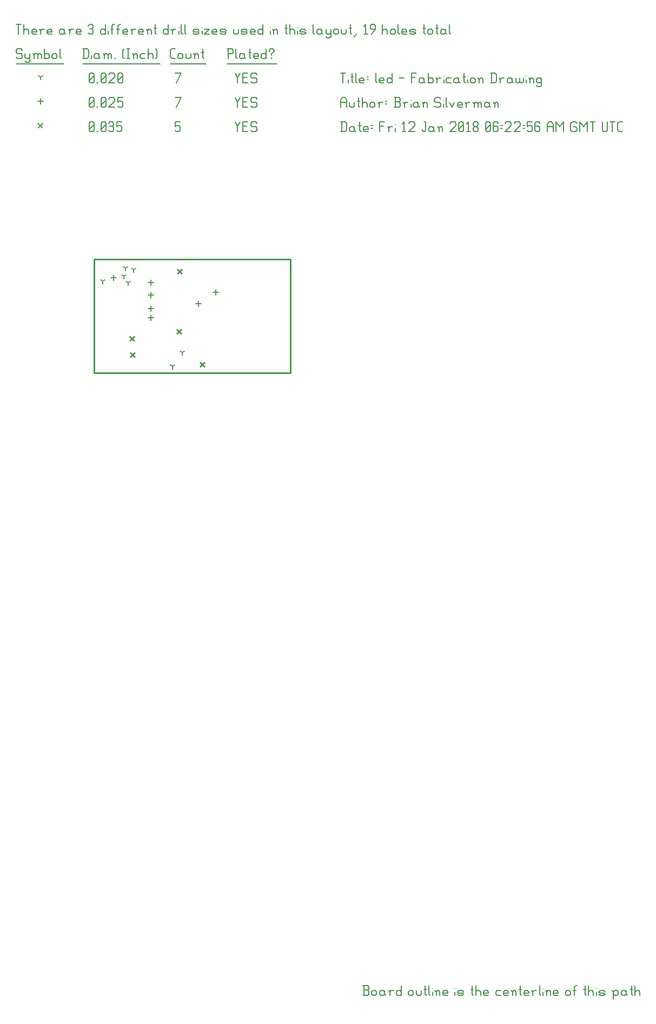
<source format=gbr>
G04 start of page 12 for group -3984 idx -3984 *
G04 Title: led, fab *
G04 Creator: pcb 20140316 *
G04 CreationDate: Fri 12 Jan 2018 06:22:56 AM GMT UTC *
G04 For: brian *
G04 Format: Gerber/RS-274X *
G04 PCB-Dimensions (mil): 6000.00 5000.00 *
G04 PCB-Coordinate-Origin: lower left *
%MOIN*%
%FSLAX25Y25*%
%LNFAB*%
%ADD70C,0.0100*%
%ADD69C,0.0075*%
%ADD68C,0.0060*%
%ADD67C,0.0001*%
G54D67*G36*
X99300Y401266D02*X102266Y398300D01*
X101700Y397734D01*
X98734Y400700D01*
X99300Y401266D01*
G37*
G36*
X98734Y398300D02*X101700Y401266D01*
X102266Y400700D01*
X99300Y397734D01*
X98734Y398300D01*
G37*
G36*
X113800Y380766D02*X116766Y377800D01*
X116200Y377234D01*
X113234Y380200D01*
X113800Y380766D01*
G37*
G36*
X113234Y377800D02*X116200Y380766D01*
X116766Y380200D01*
X113800Y377234D01*
X113234Y377800D01*
G37*
G36*
X70800Y386766D02*X73766Y383800D01*
X73200Y383234D01*
X70234Y386200D01*
X70800Y386766D01*
G37*
G36*
X70234Y383800D02*X73200Y386766D01*
X73766Y386200D01*
X70800Y383234D01*
X70234Y383800D01*
G37*
G36*
X70300Y396766D02*X73266Y393800D01*
X72700Y393234D01*
X69734Y396200D01*
X70300Y396766D01*
G37*
G36*
X69734Y393800D02*X72700Y396766D01*
X73266Y396200D01*
X70300Y393234D01*
X69734Y393800D01*
G37*
G36*
X99800Y438266D02*X102766Y435300D01*
X102200Y434734D01*
X99234Y437700D01*
X99800Y438266D01*
G37*
G36*
X99234Y435300D02*X102200Y438266D01*
X102766Y437700D01*
X99800Y434734D01*
X99234Y435300D01*
G37*
G36*
X13800Y528016D02*X16766Y525050D01*
X16200Y524484D01*
X13234Y527450D01*
X13800Y528016D01*
G37*
G36*
X13234Y525050D02*X16200Y528016D01*
X16766Y527450D01*
X13800Y524484D01*
X13234Y525050D01*
G37*
G54D68*X135000Y528500D02*X136500Y525500D01*
X138000Y528500D01*
X136500Y525500D02*Y522500D01*
X139800Y525800D02*X142050D01*
X139800Y522500D02*X142800D01*
X139800Y528500D02*Y522500D01*
Y528500D02*X142800D01*
X147600D02*X148350Y527750D01*
X145350Y528500D02*X147600D01*
X144600Y527750D02*X145350Y528500D01*
X144600Y527750D02*Y526250D01*
X145350Y525500D01*
X147600D01*
X148350Y524750D01*
Y523250D01*
X147600Y522500D02*X148350Y523250D01*
X145350Y522500D02*X147600D01*
X144600Y523250D02*X145350Y522500D01*
X98000Y528500D02*X101000D01*
X98000D02*Y525500D01*
X98750Y526250D01*
X100250D01*
X101000Y525500D01*
Y523250D01*
X100250Y522500D02*X101000Y523250D01*
X98750Y522500D02*X100250D01*
X98000Y523250D02*X98750Y522500D01*
X45000Y523250D02*X45750Y522500D01*
X45000Y527750D02*Y523250D01*
Y527750D02*X45750Y528500D01*
X47250D01*
X48000Y527750D01*
Y523250D01*
X47250Y522500D02*X48000Y523250D01*
X45750Y522500D02*X47250D01*
X45000Y524000D02*X48000Y527000D01*
X49800Y522500D02*X50550D01*
X52350Y523250D02*X53100Y522500D01*
X52350Y527750D02*Y523250D01*
Y527750D02*X53100Y528500D01*
X54600D01*
X55350Y527750D01*
Y523250D01*
X54600Y522500D02*X55350Y523250D01*
X53100Y522500D02*X54600D01*
X52350Y524000D02*X55350Y527000D01*
X57150Y527750D02*X57900Y528500D01*
X59400D01*
X60150Y527750D01*
X59400Y522500D02*X60150Y523250D01*
X57900Y522500D02*X59400D01*
X57150Y523250D02*X57900Y522500D01*
Y525800D02*X59400D01*
X60150Y527750D02*Y526550D01*
Y525050D02*Y523250D01*
Y525050D02*X59400Y525800D01*
X60150Y526550D02*X59400Y525800D01*
X61950Y528500D02*X64950D01*
X61950D02*Y525500D01*
X62700Y526250D01*
X64200D01*
X64950Y525500D01*
Y523250D01*
X64200Y522500D02*X64950Y523250D01*
X62700Y522500D02*X64200D01*
X61950Y523250D02*X62700Y522500D01*
X112500Y418100D02*Y414900D01*
X110900Y416500D02*X114100D01*
X123000Y425100D02*Y421900D01*
X121400Y423500D02*X124600D01*
X60000Y434100D02*Y430900D01*
X58400Y432500D02*X61600D01*
X83000Y409600D02*Y406400D01*
X81400Y408000D02*X84600D01*
X83000Y415100D02*Y411900D01*
X81400Y413500D02*X84600D01*
X83000Y423600D02*Y420400D01*
X81400Y422000D02*X84600D01*
X83000Y431100D02*Y427900D01*
X81400Y429500D02*X84600D01*
X15000Y542850D02*Y539650D01*
X13400Y541250D02*X16600D01*
X135000Y543500D02*X136500Y540500D01*
X138000Y543500D01*
X136500Y540500D02*Y537500D01*
X139800Y540800D02*X142050D01*
X139800Y537500D02*X142800D01*
X139800Y543500D02*Y537500D01*
Y543500D02*X142800D01*
X147600D02*X148350Y542750D01*
X145350Y543500D02*X147600D01*
X144600Y542750D02*X145350Y543500D01*
X144600Y542750D02*Y541250D01*
X145350Y540500D01*
X147600D01*
X148350Y539750D01*
Y538250D01*
X147600Y537500D02*X148350Y538250D01*
X145350Y537500D02*X147600D01*
X144600Y538250D02*X145350Y537500D01*
X98750D02*X101750Y543500D01*
X98000D02*X101750D01*
X45000Y538250D02*X45750Y537500D01*
X45000Y542750D02*Y538250D01*
Y542750D02*X45750Y543500D01*
X47250D01*
X48000Y542750D01*
Y538250D01*
X47250Y537500D02*X48000Y538250D01*
X45750Y537500D02*X47250D01*
X45000Y539000D02*X48000Y542000D01*
X49800Y537500D02*X50550D01*
X52350Y538250D02*X53100Y537500D01*
X52350Y542750D02*Y538250D01*
Y542750D02*X53100Y543500D01*
X54600D01*
X55350Y542750D01*
Y538250D01*
X54600Y537500D02*X55350Y538250D01*
X53100Y537500D02*X54600D01*
X52350Y539000D02*X55350Y542000D01*
X57150Y542750D02*X57900Y543500D01*
X60150D01*
X60900Y542750D01*
Y541250D01*
X57150Y537500D02*X60900Y541250D01*
X57150Y537500D02*X60900D01*
X62700Y543500D02*X65700D01*
X62700D02*Y540500D01*
X63450Y541250D01*
X64950D01*
X65700Y540500D01*
Y538250D01*
X64950Y537500D02*X65700Y538250D01*
X63450Y537500D02*X64950D01*
X62700Y538250D02*X63450Y537500D01*
X102500Y386500D02*Y384900D01*
Y386500D02*X103887Y387300D01*
X102500Y386500D02*X101113Y387300D01*
X96500Y378000D02*Y376400D01*
Y378000D02*X97887Y378800D01*
X96500Y378000D02*X95113Y378800D01*
X53500Y430500D02*Y428900D01*
Y430500D02*X54887Y431300D01*
X53500Y430500D02*X52113Y431300D01*
X67500Y438500D02*Y436900D01*
Y438500D02*X68887Y439300D01*
X67500Y438500D02*X66113Y439300D01*
X72500Y437500D02*Y435900D01*
Y437500D02*X73887Y438300D01*
X72500Y437500D02*X71113Y438300D01*
X66500Y433500D02*Y431900D01*
Y433500D02*X67887Y434300D01*
X66500Y433500D02*X65113Y434300D01*
X69000Y429500D02*Y427900D01*
Y429500D02*X70387Y430300D01*
X69000Y429500D02*X67613Y430300D01*
X15000Y556250D02*Y554650D01*
Y556250D02*X16387Y557050D01*
X15000Y556250D02*X13613Y557050D01*
X135000Y558500D02*X136500Y555500D01*
X138000Y558500D01*
X136500Y555500D02*Y552500D01*
X139800Y555800D02*X142050D01*
X139800Y552500D02*X142800D01*
X139800Y558500D02*Y552500D01*
Y558500D02*X142800D01*
X147600D02*X148350Y557750D01*
X145350Y558500D02*X147600D01*
X144600Y557750D02*X145350Y558500D01*
X144600Y557750D02*Y556250D01*
X145350Y555500D01*
X147600D01*
X148350Y554750D01*
Y553250D01*
X147600Y552500D02*X148350Y553250D01*
X145350Y552500D02*X147600D01*
X144600Y553250D02*X145350Y552500D01*
X98750D02*X101750Y558500D01*
X98000D02*X101750D01*
X45000Y553250D02*X45750Y552500D01*
X45000Y557750D02*Y553250D01*
Y557750D02*X45750Y558500D01*
X47250D01*
X48000Y557750D01*
Y553250D01*
X47250Y552500D02*X48000Y553250D01*
X45750Y552500D02*X47250D01*
X45000Y554000D02*X48000Y557000D01*
X49800Y552500D02*X50550D01*
X52350Y553250D02*X53100Y552500D01*
X52350Y557750D02*Y553250D01*
Y557750D02*X53100Y558500D01*
X54600D01*
X55350Y557750D01*
Y553250D01*
X54600Y552500D02*X55350Y553250D01*
X53100Y552500D02*X54600D01*
X52350Y554000D02*X55350Y557000D01*
X57150Y557750D02*X57900Y558500D01*
X60150D01*
X60900Y557750D01*
Y556250D01*
X57150Y552500D02*X60900Y556250D01*
X57150Y552500D02*X60900D01*
X62700Y553250D02*X63450Y552500D01*
X62700Y557750D02*Y553250D01*
Y557750D02*X63450Y558500D01*
X64950D01*
X65700Y557750D01*
Y553250D01*
X64950Y552500D02*X65700Y553250D01*
X63450Y552500D02*X64950D01*
X62700Y554000D02*X65700Y557000D01*
X3000Y573500D02*X3750Y572750D01*
X750Y573500D02*X3000D01*
X0Y572750D02*X750Y573500D01*
X0Y572750D02*Y571250D01*
X750Y570500D01*
X3000D01*
X3750Y569750D01*
Y568250D01*
X3000Y567500D02*X3750Y568250D01*
X750Y567500D02*X3000D01*
X0Y568250D02*X750Y567500D01*
X5550Y570500D02*Y568250D01*
X6300Y567500D01*
X8550Y570500D02*Y566000D01*
X7800Y565250D02*X8550Y566000D01*
X6300Y565250D02*X7800D01*
X5550Y566000D02*X6300Y565250D01*
Y567500D02*X7800D01*
X8550Y568250D01*
X11100Y569750D02*Y567500D01*
Y569750D02*X11850Y570500D01*
X12600D01*
X13350Y569750D01*
Y567500D01*
Y569750D02*X14100Y570500D01*
X14850D01*
X15600Y569750D01*
Y567500D01*
X10350Y570500D02*X11100Y569750D01*
X17400Y573500D02*Y567500D01*
Y568250D02*X18150Y567500D01*
X19650D01*
X20400Y568250D01*
Y569750D02*Y568250D01*
X19650Y570500D02*X20400Y569750D01*
X18150Y570500D02*X19650D01*
X17400Y569750D02*X18150Y570500D01*
X22200Y569750D02*Y568250D01*
Y569750D02*X22950Y570500D01*
X24450D01*
X25200Y569750D01*
Y568250D01*
X24450Y567500D02*X25200Y568250D01*
X22950Y567500D02*X24450D01*
X22200Y568250D02*X22950Y567500D01*
X27000Y573500D02*Y568250D01*
X27750Y567500D01*
X0Y564250D02*X29250D01*
X41750Y573500D02*Y567500D01*
X43700Y573500D02*X44750Y572450D01*
Y568550D01*
X43700Y567500D02*X44750Y568550D01*
X41000Y567500D02*X43700D01*
X41000Y573500D02*X43700D01*
G54D69*X46550Y572000D02*Y571850D01*
G54D68*Y569750D02*Y567500D01*
X50300Y570500D02*X51050Y569750D01*
X48800Y570500D02*X50300D01*
X48050Y569750D02*X48800Y570500D01*
X48050Y569750D02*Y568250D01*
X48800Y567500D01*
X51050Y570500D02*Y568250D01*
X51800Y567500D01*
X48800D02*X50300D01*
X51050Y568250D01*
X54350Y569750D02*Y567500D01*
Y569750D02*X55100Y570500D01*
X55850D01*
X56600Y569750D01*
Y567500D01*
Y569750D02*X57350Y570500D01*
X58100D01*
X58850Y569750D01*
Y567500D01*
X53600Y570500D02*X54350Y569750D01*
X60650Y567500D02*X61400D01*
X65900Y568250D02*X66650Y567500D01*
X65900Y572750D02*X66650Y573500D01*
X65900Y572750D02*Y568250D01*
X68450Y573500D02*X69950D01*
X69200D02*Y567500D01*
X68450D02*X69950D01*
X72500Y569750D02*Y567500D01*
Y569750D02*X73250Y570500D01*
X74000D01*
X74750Y569750D01*
Y567500D01*
X71750Y570500D02*X72500Y569750D01*
X77300Y570500D02*X79550D01*
X76550Y569750D02*X77300Y570500D01*
X76550Y569750D02*Y568250D01*
X77300Y567500D01*
X79550D01*
X81350Y573500D02*Y567500D01*
Y569750D02*X82100Y570500D01*
X83600D01*
X84350Y569750D01*
Y567500D01*
X86150Y573500D02*X86900Y572750D01*
Y568250D01*
X86150Y567500D02*X86900Y568250D01*
X41000Y564250D02*X88700D01*
X96050Y567500D02*X98000D01*
X95000Y568550D02*X96050Y567500D01*
X95000Y572450D02*Y568550D01*
Y572450D02*X96050Y573500D01*
X98000D01*
X99800Y569750D02*Y568250D01*
Y569750D02*X100550Y570500D01*
X102050D01*
X102800Y569750D01*
Y568250D01*
X102050Y567500D02*X102800Y568250D01*
X100550Y567500D02*X102050D01*
X99800Y568250D02*X100550Y567500D01*
X104600Y570500D02*Y568250D01*
X105350Y567500D01*
X106850D01*
X107600Y568250D01*
Y570500D02*Y568250D01*
X110150Y569750D02*Y567500D01*
Y569750D02*X110900Y570500D01*
X111650D01*
X112400Y569750D01*
Y567500D01*
X109400Y570500D02*X110150Y569750D01*
X114950Y573500D02*Y568250D01*
X115700Y567500D01*
X114200Y571250D02*X115700D01*
X95000Y564250D02*X117200D01*
X130750Y573500D02*Y567500D01*
X130000Y573500D02*X133000D01*
X133750Y572750D01*
Y571250D01*
X133000Y570500D02*X133750Y571250D01*
X130750Y570500D02*X133000D01*
X135550Y573500D02*Y568250D01*
X136300Y567500D01*
X140050Y570500D02*X140800Y569750D01*
X138550Y570500D02*X140050D01*
X137800Y569750D02*X138550Y570500D01*
X137800Y569750D02*Y568250D01*
X138550Y567500D01*
X140800Y570500D02*Y568250D01*
X141550Y567500D01*
X138550D02*X140050D01*
X140800Y568250D01*
X144100Y573500D02*Y568250D01*
X144850Y567500D01*
X143350Y571250D02*X144850D01*
X147100Y567500D02*X149350D01*
X146350Y568250D02*X147100Y567500D01*
X146350Y569750D02*Y568250D01*
Y569750D02*X147100Y570500D01*
X148600D01*
X149350Y569750D01*
X146350Y569000D02*X149350D01*
Y569750D02*Y569000D01*
X154150Y573500D02*Y567500D01*
X153400D02*X154150Y568250D01*
X151900Y567500D02*X153400D01*
X151150Y568250D02*X151900Y567500D01*
X151150Y569750D02*Y568250D01*
Y569750D02*X151900Y570500D01*
X153400D01*
X154150Y569750D01*
X157450Y570500D02*Y569750D01*
Y568250D02*Y567500D01*
X155950Y572750D02*Y572000D01*
Y572750D02*X156700Y573500D01*
X158200D01*
X158950Y572750D01*
Y572000D01*
X157450Y570500D02*X158950Y572000D01*
X130000Y564250D02*X160750D01*
X0Y588500D02*X3000D01*
X1500D02*Y582500D01*
X4800Y588500D02*Y582500D01*
Y584750D02*X5550Y585500D01*
X7050D01*
X7800Y584750D01*
Y582500D01*
X10350D02*X12600D01*
X9600Y583250D02*X10350Y582500D01*
X9600Y584750D02*Y583250D01*
Y584750D02*X10350Y585500D01*
X11850D01*
X12600Y584750D01*
X9600Y584000D02*X12600D01*
Y584750D02*Y584000D01*
X15150Y584750D02*Y582500D01*
Y584750D02*X15900Y585500D01*
X17400D01*
X14400D02*X15150Y584750D01*
X19950Y582500D02*X22200D01*
X19200Y583250D02*X19950Y582500D01*
X19200Y584750D02*Y583250D01*
Y584750D02*X19950Y585500D01*
X21450D01*
X22200Y584750D01*
X19200Y584000D02*X22200D01*
Y584750D02*Y584000D01*
X28950Y585500D02*X29700Y584750D01*
X27450Y585500D02*X28950D01*
X26700Y584750D02*X27450Y585500D01*
X26700Y584750D02*Y583250D01*
X27450Y582500D01*
X29700Y585500D02*Y583250D01*
X30450Y582500D01*
X27450D02*X28950D01*
X29700Y583250D01*
X33000Y584750D02*Y582500D01*
Y584750D02*X33750Y585500D01*
X35250D01*
X32250D02*X33000Y584750D01*
X37800Y582500D02*X40050D01*
X37050Y583250D02*X37800Y582500D01*
X37050Y584750D02*Y583250D01*
Y584750D02*X37800Y585500D01*
X39300D01*
X40050Y584750D01*
X37050Y584000D02*X40050D01*
Y584750D02*Y584000D01*
X44550Y587750D02*X45300Y588500D01*
X46800D01*
X47550Y587750D01*
X46800Y582500D02*X47550Y583250D01*
X45300Y582500D02*X46800D01*
X44550Y583250D02*X45300Y582500D01*
Y585800D02*X46800D01*
X47550Y587750D02*Y586550D01*
Y585050D02*Y583250D01*
Y585050D02*X46800Y585800D01*
X47550Y586550D02*X46800Y585800D01*
X55050Y588500D02*Y582500D01*
X54300D02*X55050Y583250D01*
X52800Y582500D02*X54300D01*
X52050Y583250D02*X52800Y582500D01*
X52050Y584750D02*Y583250D01*
Y584750D02*X52800Y585500D01*
X54300D01*
X55050Y584750D01*
G54D69*X56850Y587000D02*Y586850D01*
G54D68*Y584750D02*Y582500D01*
X59100Y587750D02*Y582500D01*
Y587750D02*X59850Y588500D01*
X60600D01*
X58350Y585500D02*X59850D01*
X62850Y587750D02*Y582500D01*
Y587750D02*X63600Y588500D01*
X64350D01*
X62100Y585500D02*X63600D01*
X66600Y582500D02*X68850D01*
X65850Y583250D02*X66600Y582500D01*
X65850Y584750D02*Y583250D01*
Y584750D02*X66600Y585500D01*
X68100D01*
X68850Y584750D01*
X65850Y584000D02*X68850D01*
Y584750D02*Y584000D01*
X71400Y584750D02*Y582500D01*
Y584750D02*X72150Y585500D01*
X73650D01*
X70650D02*X71400Y584750D01*
X76200Y582500D02*X78450D01*
X75450Y583250D02*X76200Y582500D01*
X75450Y584750D02*Y583250D01*
Y584750D02*X76200Y585500D01*
X77700D01*
X78450Y584750D01*
X75450Y584000D02*X78450D01*
Y584750D02*Y584000D01*
X81000Y584750D02*Y582500D01*
Y584750D02*X81750Y585500D01*
X82500D01*
X83250Y584750D01*
Y582500D01*
X80250Y585500D02*X81000Y584750D01*
X85800Y588500D02*Y583250D01*
X86550Y582500D01*
X85050Y586250D02*X86550D01*
X93750Y588500D02*Y582500D01*
X93000D02*X93750Y583250D01*
X91500Y582500D02*X93000D01*
X90750Y583250D02*X91500Y582500D01*
X90750Y584750D02*Y583250D01*
Y584750D02*X91500Y585500D01*
X93000D01*
X93750Y584750D01*
X96300D02*Y582500D01*
Y584750D02*X97050Y585500D01*
X98550D01*
X95550D02*X96300Y584750D01*
G54D69*X100350Y587000D02*Y586850D01*
G54D68*Y584750D02*Y582500D01*
X101850Y588500D02*Y583250D01*
X102600Y582500D01*
X104100Y588500D02*Y583250D01*
X104850Y582500D01*
X109800D02*X112050D01*
X112800Y583250D01*
X112050Y584000D02*X112800Y583250D01*
X109800Y584000D02*X112050D01*
X109050Y584750D02*X109800Y584000D01*
X109050Y584750D02*X109800Y585500D01*
X112050D01*
X112800Y584750D01*
X109050Y583250D02*X109800Y582500D01*
G54D69*X114600Y587000D02*Y586850D01*
G54D68*Y584750D02*Y582500D01*
X116100Y585500D02*X119100D01*
X116100Y582500D02*X119100Y585500D01*
X116100Y582500D02*X119100D01*
X121650D02*X123900D01*
X120900Y583250D02*X121650Y582500D01*
X120900Y584750D02*Y583250D01*
Y584750D02*X121650Y585500D01*
X123150D01*
X123900Y584750D01*
X120900Y584000D02*X123900D01*
Y584750D02*Y584000D01*
X126450Y582500D02*X128700D01*
X129450Y583250D01*
X128700Y584000D02*X129450Y583250D01*
X126450Y584000D02*X128700D01*
X125700Y584750D02*X126450Y584000D01*
X125700Y584750D02*X126450Y585500D01*
X128700D01*
X129450Y584750D01*
X125700Y583250D02*X126450Y582500D01*
X133950Y585500D02*Y583250D01*
X134700Y582500D01*
X136200D01*
X136950Y583250D01*
Y585500D02*Y583250D01*
X139500Y582500D02*X141750D01*
X142500Y583250D01*
X141750Y584000D02*X142500Y583250D01*
X139500Y584000D02*X141750D01*
X138750Y584750D02*X139500Y584000D01*
X138750Y584750D02*X139500Y585500D01*
X141750D01*
X142500Y584750D01*
X138750Y583250D02*X139500Y582500D01*
X145050D02*X147300D01*
X144300Y583250D02*X145050Y582500D01*
X144300Y584750D02*Y583250D01*
Y584750D02*X145050Y585500D01*
X146550D01*
X147300Y584750D01*
X144300Y584000D02*X147300D01*
Y584750D02*Y584000D01*
X152100Y588500D02*Y582500D01*
X151350D02*X152100Y583250D01*
X149850Y582500D02*X151350D01*
X149100Y583250D02*X149850Y582500D01*
X149100Y584750D02*Y583250D01*
Y584750D02*X149850Y585500D01*
X151350D01*
X152100Y584750D01*
G54D69*X156600Y587000D02*Y586850D01*
G54D68*Y584750D02*Y582500D01*
X158850Y584750D02*Y582500D01*
Y584750D02*X159600Y585500D01*
X160350D01*
X161100Y584750D01*
Y582500D01*
X158100Y585500D02*X158850Y584750D01*
X166350Y588500D02*Y583250D01*
X167100Y582500D01*
X165600Y586250D02*X167100D01*
X168600Y588500D02*Y582500D01*
Y584750D02*X169350Y585500D01*
X170850D01*
X171600Y584750D01*
Y582500D01*
G54D69*X173400Y587000D02*Y586850D01*
G54D68*Y584750D02*Y582500D01*
X175650D02*X177900D01*
X178650Y583250D01*
X177900Y584000D02*X178650Y583250D01*
X175650Y584000D02*X177900D01*
X174900Y584750D02*X175650Y584000D01*
X174900Y584750D02*X175650Y585500D01*
X177900D01*
X178650Y584750D01*
X174900Y583250D02*X175650Y582500D01*
X183150Y588500D02*Y583250D01*
X183900Y582500D01*
X187650Y585500D02*X188400Y584750D01*
X186150Y585500D02*X187650D01*
X185400Y584750D02*X186150Y585500D01*
X185400Y584750D02*Y583250D01*
X186150Y582500D01*
X188400Y585500D02*Y583250D01*
X189150Y582500D01*
X186150D02*X187650D01*
X188400Y583250D01*
X190950Y585500D02*Y583250D01*
X191700Y582500D01*
X193950Y585500D02*Y581000D01*
X193200Y580250D02*X193950Y581000D01*
X191700Y580250D02*X193200D01*
X190950Y581000D02*X191700Y580250D01*
Y582500D02*X193200D01*
X193950Y583250D01*
X195750Y584750D02*Y583250D01*
Y584750D02*X196500Y585500D01*
X198000D01*
X198750Y584750D01*
Y583250D01*
X198000Y582500D02*X198750Y583250D01*
X196500Y582500D02*X198000D01*
X195750Y583250D02*X196500Y582500D01*
X200550Y585500D02*Y583250D01*
X201300Y582500D01*
X202800D01*
X203550Y583250D01*
Y585500D02*Y583250D01*
X206100Y588500D02*Y583250D01*
X206850Y582500D01*
X205350Y586250D02*X206850D01*
X208350Y581000D02*X209850Y582500D01*
X214350Y587300D02*X215550Y588500D01*
Y582500D01*
X214350D02*X216600D01*
X219150D02*X221400Y585500D01*
Y587750D02*Y585500D01*
X220650Y588500D02*X221400Y587750D01*
X219150Y588500D02*X220650D01*
X218400Y587750D02*X219150Y588500D01*
X218400Y587750D02*Y586250D01*
X219150Y585500D01*
X221400D01*
X225900Y588500D02*Y582500D01*
Y584750D02*X226650Y585500D01*
X228150D01*
X228900Y584750D01*
Y582500D01*
X230700Y584750D02*Y583250D01*
Y584750D02*X231450Y585500D01*
X232950D01*
X233700Y584750D01*
Y583250D01*
X232950Y582500D02*X233700Y583250D01*
X231450Y582500D02*X232950D01*
X230700Y583250D02*X231450Y582500D01*
X235500Y588500D02*Y583250D01*
X236250Y582500D01*
X238500D02*X240750D01*
X237750Y583250D02*X238500Y582500D01*
X237750Y584750D02*Y583250D01*
Y584750D02*X238500Y585500D01*
X240000D01*
X240750Y584750D01*
X237750Y584000D02*X240750D01*
Y584750D02*Y584000D01*
X243300Y582500D02*X245550D01*
X246300Y583250D01*
X245550Y584000D02*X246300Y583250D01*
X243300Y584000D02*X245550D01*
X242550Y584750D02*X243300Y584000D01*
X242550Y584750D02*X243300Y585500D01*
X245550D01*
X246300Y584750D01*
X242550Y583250D02*X243300Y582500D01*
X251550Y588500D02*Y583250D01*
X252300Y582500D01*
X250800Y586250D02*X252300D01*
X253800Y584750D02*Y583250D01*
Y584750D02*X254550Y585500D01*
X256050D01*
X256800Y584750D01*
Y583250D01*
X256050Y582500D02*X256800Y583250D01*
X254550Y582500D02*X256050D01*
X253800Y583250D02*X254550Y582500D01*
X259350Y588500D02*Y583250D01*
X260100Y582500D01*
X258600Y586250D02*X260100D01*
X263850Y585500D02*X264600Y584750D01*
X262350Y585500D02*X263850D01*
X261600Y584750D02*X262350Y585500D01*
X261600Y584750D02*Y583250D01*
X262350Y582500D01*
X264600Y585500D02*Y583250D01*
X265350Y582500D01*
X262350D02*X263850D01*
X264600Y583250D01*
X267150Y588500D02*Y583250D01*
X267900Y582500D01*
G54D70*X48000Y444000D02*X169000D01*
Y374000D02*X48000D01*
Y444000D01*
X169000D02*Y374000D01*
G54D68*X213675Y-9500D02*X216675D01*
X217425Y-8750D01*
Y-6950D02*Y-8750D01*
X216675Y-6200D02*X217425Y-6950D01*
X214425Y-6200D02*X216675D01*
X214425Y-3500D02*Y-9500D01*
X213675Y-3500D02*X216675D01*
X217425Y-4250D01*
Y-5450D01*
X216675Y-6200D02*X217425Y-5450D01*
X219225Y-7250D02*Y-8750D01*
Y-7250D02*X219975Y-6500D01*
X221475D01*
X222225Y-7250D01*
Y-8750D01*
X221475Y-9500D02*X222225Y-8750D01*
X219975Y-9500D02*X221475D01*
X219225Y-8750D02*X219975Y-9500D01*
X226275Y-6500D02*X227025Y-7250D01*
X224775Y-6500D02*X226275D01*
X224025Y-7250D02*X224775Y-6500D01*
X224025Y-7250D02*Y-8750D01*
X224775Y-9500D01*
X227025Y-6500D02*Y-8750D01*
X227775Y-9500D01*
X224775D02*X226275D01*
X227025Y-8750D01*
X230325Y-7250D02*Y-9500D01*
Y-7250D02*X231075Y-6500D01*
X232575D01*
X229575D02*X230325Y-7250D01*
X237375Y-3500D02*Y-9500D01*
X236625D02*X237375Y-8750D01*
X235125Y-9500D02*X236625D01*
X234375Y-8750D02*X235125Y-9500D01*
X234375Y-7250D02*Y-8750D01*
Y-7250D02*X235125Y-6500D01*
X236625D01*
X237375Y-7250D01*
X241875D02*Y-8750D01*
Y-7250D02*X242625Y-6500D01*
X244125D01*
X244875Y-7250D01*
Y-8750D01*
X244125Y-9500D02*X244875Y-8750D01*
X242625Y-9500D02*X244125D01*
X241875Y-8750D02*X242625Y-9500D01*
X246675Y-6500D02*Y-8750D01*
X247425Y-9500D01*
X248925D01*
X249675Y-8750D01*
Y-6500D02*Y-8750D01*
X252225Y-3500D02*Y-8750D01*
X252975Y-9500D01*
X251475Y-5750D02*X252975D01*
X254475Y-3500D02*Y-8750D01*
X255225Y-9500D01*
G54D69*X256725Y-5000D02*Y-5150D01*
G54D68*Y-7250D02*Y-9500D01*
X258975Y-7250D02*Y-9500D01*
Y-7250D02*X259725Y-6500D01*
X260475D01*
X261225Y-7250D01*
Y-9500D01*
X258225Y-6500D02*X258975Y-7250D01*
X263775Y-9500D02*X266025D01*
X263025Y-8750D02*X263775Y-9500D01*
X263025Y-7250D02*Y-8750D01*
Y-7250D02*X263775Y-6500D01*
X265275D01*
X266025Y-7250D01*
X263025Y-8000D02*X266025D01*
Y-7250D02*Y-8000D01*
G54D69*X270525Y-5000D02*Y-5150D01*
G54D68*Y-7250D02*Y-9500D01*
X272775D02*X275025D01*
X275775Y-8750D01*
X275025Y-8000D02*X275775Y-8750D01*
X272775Y-8000D02*X275025D01*
X272025Y-7250D02*X272775Y-8000D01*
X272025Y-7250D02*X272775Y-6500D01*
X275025D01*
X275775Y-7250D01*
X272025Y-8750D02*X272775Y-9500D01*
X281025Y-3500D02*Y-8750D01*
X281775Y-9500D01*
X280275Y-5750D02*X281775D01*
X283275Y-3500D02*Y-9500D01*
Y-7250D02*X284025Y-6500D01*
X285525D01*
X286275Y-7250D01*
Y-9500D01*
X288825D02*X291075D01*
X288075Y-8750D02*X288825Y-9500D01*
X288075Y-7250D02*Y-8750D01*
Y-7250D02*X288825Y-6500D01*
X290325D01*
X291075Y-7250D01*
X288075Y-8000D02*X291075D01*
Y-7250D02*Y-8000D01*
X296325Y-6500D02*X298575D01*
X295575Y-7250D02*X296325Y-6500D01*
X295575Y-7250D02*Y-8750D01*
X296325Y-9500D01*
X298575D01*
X301125D02*X303375D01*
X300375Y-8750D02*X301125Y-9500D01*
X300375Y-7250D02*Y-8750D01*
Y-7250D02*X301125Y-6500D01*
X302625D01*
X303375Y-7250D01*
X300375Y-8000D02*X303375D01*
Y-7250D02*Y-8000D01*
X305925Y-7250D02*Y-9500D01*
Y-7250D02*X306675Y-6500D01*
X307425D01*
X308175Y-7250D01*
Y-9500D01*
X305175Y-6500D02*X305925Y-7250D01*
X310725Y-3500D02*Y-8750D01*
X311475Y-9500D01*
X309975Y-5750D02*X311475D01*
X313725Y-9500D02*X315975D01*
X312975Y-8750D02*X313725Y-9500D01*
X312975Y-7250D02*Y-8750D01*
Y-7250D02*X313725Y-6500D01*
X315225D01*
X315975Y-7250D01*
X312975Y-8000D02*X315975D01*
Y-7250D02*Y-8000D01*
X318525Y-7250D02*Y-9500D01*
Y-7250D02*X319275Y-6500D01*
X320775D01*
X317775D02*X318525Y-7250D01*
X322575Y-3500D02*Y-8750D01*
X323325Y-9500D01*
G54D69*X324825Y-5000D02*Y-5150D01*
G54D68*Y-7250D02*Y-9500D01*
X327075Y-7250D02*Y-9500D01*
Y-7250D02*X327825Y-6500D01*
X328575D01*
X329325Y-7250D01*
Y-9500D01*
X326325Y-6500D02*X327075Y-7250D01*
X331875Y-9500D02*X334125D01*
X331125Y-8750D02*X331875Y-9500D01*
X331125Y-7250D02*Y-8750D01*
Y-7250D02*X331875Y-6500D01*
X333375D01*
X334125Y-7250D01*
X331125Y-8000D02*X334125D01*
Y-7250D02*Y-8000D01*
X338625Y-7250D02*Y-8750D01*
Y-7250D02*X339375Y-6500D01*
X340875D01*
X341625Y-7250D01*
Y-8750D01*
X340875Y-9500D02*X341625Y-8750D01*
X339375Y-9500D02*X340875D01*
X338625Y-8750D02*X339375Y-9500D01*
X344175Y-4250D02*Y-9500D01*
Y-4250D02*X344925Y-3500D01*
X345675D01*
X343425Y-6500D02*X344925D01*
X350625Y-3500D02*Y-8750D01*
X351375Y-9500D01*
X349875Y-5750D02*X351375D01*
X352875Y-3500D02*Y-9500D01*
Y-7250D02*X353625Y-6500D01*
X355125D01*
X355875Y-7250D01*
Y-9500D01*
G54D69*X357675Y-5000D02*Y-5150D01*
G54D68*Y-7250D02*Y-9500D01*
X359925D02*X362175D01*
X362925Y-8750D01*
X362175Y-8000D02*X362925Y-8750D01*
X359925Y-8000D02*X362175D01*
X359175Y-7250D02*X359925Y-8000D01*
X359175Y-7250D02*X359925Y-6500D01*
X362175D01*
X362925Y-7250D01*
X359175Y-8750D02*X359925Y-9500D01*
X368175Y-7250D02*Y-11750D01*
X367425Y-6500D02*X368175Y-7250D01*
X368925Y-6500D01*
X370425D01*
X371175Y-7250D01*
Y-8750D01*
X370425Y-9500D02*X371175Y-8750D01*
X368925Y-9500D02*X370425D01*
X368175Y-8750D02*X368925Y-9500D01*
X375225Y-6500D02*X375975Y-7250D01*
X373725Y-6500D02*X375225D01*
X372975Y-7250D02*X373725Y-6500D01*
X372975Y-7250D02*Y-8750D01*
X373725Y-9500D01*
X375975Y-6500D02*Y-8750D01*
X376725Y-9500D01*
X373725D02*X375225D01*
X375975Y-8750D01*
X379275Y-3500D02*Y-8750D01*
X380025Y-9500D01*
X378525Y-5750D02*X380025D01*
X381525Y-3500D02*Y-9500D01*
Y-7250D02*X382275Y-6500D01*
X383775D01*
X384525Y-7250D01*
Y-9500D01*
X200750Y528500D02*Y522500D01*
X202700Y528500D02*X203750Y527450D01*
Y523550D01*
X202700Y522500D02*X203750Y523550D01*
X200000Y522500D02*X202700D01*
X200000Y528500D02*X202700D01*
X207800Y525500D02*X208550Y524750D01*
X206300Y525500D02*X207800D01*
X205550Y524750D02*X206300Y525500D01*
X205550Y524750D02*Y523250D01*
X206300Y522500D01*
X208550Y525500D02*Y523250D01*
X209300Y522500D01*
X206300D02*X207800D01*
X208550Y523250D01*
X211850Y528500D02*Y523250D01*
X212600Y522500D01*
X211100Y526250D02*X212600D01*
X214850Y522500D02*X217100D01*
X214100Y523250D02*X214850Y522500D01*
X214100Y524750D02*Y523250D01*
Y524750D02*X214850Y525500D01*
X216350D01*
X217100Y524750D01*
X214100Y524000D02*X217100D01*
Y524750D02*Y524000D01*
X218900Y526250D02*X219650D01*
X218900Y524750D02*X219650D01*
X224150Y528500D02*Y522500D01*
Y528500D02*X227150D01*
X224150Y525800D02*X226400D01*
X229700Y524750D02*Y522500D01*
Y524750D02*X230450Y525500D01*
X231950D01*
X228950D02*X229700Y524750D01*
G54D69*X233750Y527000D02*Y526850D01*
G54D68*Y524750D02*Y522500D01*
X237950Y527300D02*X239150Y528500D01*
Y522500D01*
X237950D02*X240200D01*
X242000Y527750D02*X242750Y528500D01*
X245000D01*
X245750Y527750D01*
Y526250D01*
X242000Y522500D02*X245750Y526250D01*
X242000Y522500D02*X245750D01*
X251300Y528500D02*X252500D01*
Y523250D01*
X251750Y522500D02*X252500Y523250D01*
X251000Y522500D02*X251750D01*
X250250Y523250D02*X251000Y522500D01*
X250250Y524000D02*Y523250D01*
X256550Y525500D02*X257300Y524750D01*
X255050Y525500D02*X256550D01*
X254300Y524750D02*X255050Y525500D01*
X254300Y524750D02*Y523250D01*
X255050Y522500D01*
X257300Y525500D02*Y523250D01*
X258050Y522500D01*
X255050D02*X256550D01*
X257300Y523250D01*
X260600Y524750D02*Y522500D01*
Y524750D02*X261350Y525500D01*
X262100D01*
X262850Y524750D01*
Y522500D01*
X259850Y525500D02*X260600Y524750D01*
X267350Y527750D02*X268100Y528500D01*
X270350D01*
X271100Y527750D01*
Y526250D01*
X267350Y522500D02*X271100Y526250D01*
X267350Y522500D02*X271100D01*
X272900Y523250D02*X273650Y522500D01*
X272900Y527750D02*Y523250D01*
Y527750D02*X273650Y528500D01*
X275150D01*
X275900Y527750D01*
Y523250D01*
X275150Y522500D02*X275900Y523250D01*
X273650Y522500D02*X275150D01*
X272900Y524000D02*X275900Y527000D01*
X277700Y527300D02*X278900Y528500D01*
Y522500D01*
X277700D02*X279950D01*
X281750Y523250D02*X282500Y522500D01*
X281750Y524450D02*Y523250D01*
Y524450D02*X282800Y525500D01*
X283700D01*
X284750Y524450D01*
Y523250D01*
X284000Y522500D02*X284750Y523250D01*
X282500Y522500D02*X284000D01*
X281750Y526550D02*X282800Y525500D01*
X281750Y527750D02*Y526550D01*
Y527750D02*X282500Y528500D01*
X284000D01*
X284750Y527750D01*
Y526550D01*
X283700Y525500D02*X284750Y526550D01*
X289250Y523250D02*X290000Y522500D01*
X289250Y527750D02*Y523250D01*
Y527750D02*X290000Y528500D01*
X291500D01*
X292250Y527750D01*
Y523250D01*
X291500Y522500D02*X292250Y523250D01*
X290000Y522500D02*X291500D01*
X289250Y524000D02*X292250Y527000D01*
X296300Y528500D02*X297050Y527750D01*
X294800Y528500D02*X296300D01*
X294050Y527750D02*X294800Y528500D01*
X294050Y527750D02*Y523250D01*
X294800Y522500D01*
X296300Y525800D02*X297050Y525050D01*
X294050Y525800D02*X296300D01*
X294800Y522500D02*X296300D01*
X297050Y523250D01*
Y525050D02*Y523250D01*
X298850Y526250D02*X299600D01*
X298850Y524750D02*X299600D01*
X301400Y527750D02*X302150Y528500D01*
X304400D01*
X305150Y527750D01*
Y526250D01*
X301400Y522500D02*X305150Y526250D01*
X301400Y522500D02*X305150D01*
X306950Y527750D02*X307700Y528500D01*
X309950D01*
X310700Y527750D01*
Y526250D01*
X306950Y522500D02*X310700Y526250D01*
X306950Y522500D02*X310700D01*
X312500Y526250D02*X313250D01*
X312500Y524750D02*X313250D01*
X315050Y528500D02*X318050D01*
X315050D02*Y525500D01*
X315800Y526250D01*
X317300D01*
X318050Y525500D01*
Y523250D01*
X317300Y522500D02*X318050Y523250D01*
X315800Y522500D02*X317300D01*
X315050Y523250D02*X315800Y522500D01*
X322100Y528500D02*X322850Y527750D01*
X320600Y528500D02*X322100D01*
X319850Y527750D02*X320600Y528500D01*
X319850Y527750D02*Y523250D01*
X320600Y522500D01*
X322100Y525800D02*X322850Y525050D01*
X319850Y525800D02*X322100D01*
X320600Y522500D02*X322100D01*
X322850Y523250D01*
Y525050D02*Y523250D01*
X327350Y527000D02*Y522500D01*
Y527000D02*X328400Y528500D01*
X330050D01*
X331100Y527000D01*
Y522500D01*
X327350Y525500D02*X331100D01*
X332900Y528500D02*Y522500D01*
Y528500D02*X335150Y525500D01*
X337400Y528500D01*
Y522500D01*
X344900Y528500D02*X345650Y527750D01*
X342650Y528500D02*X344900D01*
X341900Y527750D02*X342650Y528500D01*
X341900Y527750D02*Y523250D01*
X342650Y522500D01*
X344900D01*
X345650Y523250D01*
Y524750D02*Y523250D01*
X344900Y525500D02*X345650Y524750D01*
X343400Y525500D02*X344900D01*
X347450Y528500D02*Y522500D01*
Y528500D02*X349700Y525500D01*
X351950Y528500D01*
Y522500D01*
X353750Y528500D02*X356750D01*
X355250D02*Y522500D01*
X361250Y528500D02*Y523250D01*
X362000Y522500D01*
X363500D01*
X364250Y523250D01*
Y528500D02*Y523250D01*
X366050Y528500D02*X369050D01*
X367550D02*Y522500D01*
X371900D02*X373850D01*
X370850Y523550D02*X371900Y522500D01*
X370850Y527450D02*Y523550D01*
Y527450D02*X371900Y528500D01*
X373850D01*
X200000Y542000D02*Y537500D01*
Y542000D02*X201050Y543500D01*
X202700D01*
X203750Y542000D01*
Y537500D01*
X200000Y540500D02*X203750D01*
X205550D02*Y538250D01*
X206300Y537500D01*
X207800D01*
X208550Y538250D01*
Y540500D02*Y538250D01*
X211100Y543500D02*Y538250D01*
X211850Y537500D01*
X210350Y541250D02*X211850D01*
X213350Y543500D02*Y537500D01*
Y539750D02*X214100Y540500D01*
X215600D01*
X216350Y539750D01*
Y537500D01*
X218150Y539750D02*Y538250D01*
Y539750D02*X218900Y540500D01*
X220400D01*
X221150Y539750D01*
Y538250D01*
X220400Y537500D02*X221150Y538250D01*
X218900Y537500D02*X220400D01*
X218150Y538250D02*X218900Y537500D01*
X223700Y539750D02*Y537500D01*
Y539750D02*X224450Y540500D01*
X225950D01*
X222950D02*X223700Y539750D01*
X227750Y541250D02*X228500D01*
X227750Y539750D02*X228500D01*
X233000Y537500D02*X236000D01*
X236750Y538250D01*
Y540050D02*Y538250D01*
X236000Y540800D02*X236750Y540050D01*
X233750Y540800D02*X236000D01*
X233750Y543500D02*Y537500D01*
X233000Y543500D02*X236000D01*
X236750Y542750D01*
Y541550D01*
X236000Y540800D02*X236750Y541550D01*
X239300Y539750D02*Y537500D01*
Y539750D02*X240050Y540500D01*
X241550D01*
X238550D02*X239300Y539750D01*
G54D69*X243350Y542000D02*Y541850D01*
G54D68*Y539750D02*Y537500D01*
X247100Y540500D02*X247850Y539750D01*
X245600Y540500D02*X247100D01*
X244850Y539750D02*X245600Y540500D01*
X244850Y539750D02*Y538250D01*
X245600Y537500D01*
X247850Y540500D02*Y538250D01*
X248600Y537500D01*
X245600D02*X247100D01*
X247850Y538250D01*
X251150Y539750D02*Y537500D01*
Y539750D02*X251900Y540500D01*
X252650D01*
X253400Y539750D01*
Y537500D01*
X250400Y540500D02*X251150Y539750D01*
X260900Y543500D02*X261650Y542750D01*
X258650Y543500D02*X260900D01*
X257900Y542750D02*X258650Y543500D01*
X257900Y542750D02*Y541250D01*
X258650Y540500D01*
X260900D01*
X261650Y539750D01*
Y538250D01*
X260900Y537500D02*X261650Y538250D01*
X258650Y537500D02*X260900D01*
X257900Y538250D02*X258650Y537500D01*
G54D69*X263450Y542000D02*Y541850D01*
G54D68*Y539750D02*Y537500D01*
X264950Y543500D02*Y538250D01*
X265700Y537500D01*
X267200Y540500D02*X268700Y537500D01*
X270200Y540500D02*X268700Y537500D01*
X272750D02*X275000D01*
X272000Y538250D02*X272750Y537500D01*
X272000Y539750D02*Y538250D01*
Y539750D02*X272750Y540500D01*
X274250D01*
X275000Y539750D01*
X272000Y539000D02*X275000D01*
Y539750D02*Y539000D01*
X277550Y539750D02*Y537500D01*
Y539750D02*X278300Y540500D01*
X279800D01*
X276800D02*X277550Y539750D01*
X282350D02*Y537500D01*
Y539750D02*X283100Y540500D01*
X283850D01*
X284600Y539750D01*
Y537500D01*
Y539750D02*X285350Y540500D01*
X286100D01*
X286850Y539750D01*
Y537500D01*
X281600Y540500D02*X282350Y539750D01*
X290900Y540500D02*X291650Y539750D01*
X289400Y540500D02*X290900D01*
X288650Y539750D02*X289400Y540500D01*
X288650Y539750D02*Y538250D01*
X289400Y537500D01*
X291650Y540500D02*Y538250D01*
X292400Y537500D01*
X289400D02*X290900D01*
X291650Y538250D01*
X294950Y539750D02*Y537500D01*
Y539750D02*X295700Y540500D01*
X296450D01*
X297200Y539750D01*
Y537500D01*
X294200Y540500D02*X294950Y539750D01*
X200000Y558500D02*X203000D01*
X201500D02*Y552500D01*
G54D69*X204800Y557000D02*Y556850D01*
G54D68*Y554750D02*Y552500D01*
X207050Y558500D02*Y553250D01*
X207800Y552500D01*
X206300Y556250D02*X207800D01*
X209300Y558500D02*Y553250D01*
X210050Y552500D01*
X212300D02*X214550D01*
X211550Y553250D02*X212300Y552500D01*
X211550Y554750D02*Y553250D01*
Y554750D02*X212300Y555500D01*
X213800D01*
X214550Y554750D01*
X211550Y554000D02*X214550D01*
Y554750D02*Y554000D01*
X216350Y556250D02*X217100D01*
X216350Y554750D02*X217100D01*
X221600Y558500D02*Y553250D01*
X222350Y552500D01*
X224600D02*X226850D01*
X223850Y553250D02*X224600Y552500D01*
X223850Y554750D02*Y553250D01*
Y554750D02*X224600Y555500D01*
X226100D01*
X226850Y554750D01*
X223850Y554000D02*X226850D01*
Y554750D02*Y554000D01*
X231650Y558500D02*Y552500D01*
X230900D02*X231650Y553250D01*
X229400Y552500D02*X230900D01*
X228650Y553250D02*X229400Y552500D01*
X228650Y554750D02*Y553250D01*
Y554750D02*X229400Y555500D01*
X230900D01*
X231650Y554750D01*
X236150Y555500D02*X239150D01*
X243650Y558500D02*Y552500D01*
Y558500D02*X246650D01*
X243650Y555800D02*X245900D01*
X250700Y555500D02*X251450Y554750D01*
X249200Y555500D02*X250700D01*
X248450Y554750D02*X249200Y555500D01*
X248450Y554750D02*Y553250D01*
X249200Y552500D01*
X251450Y555500D02*Y553250D01*
X252200Y552500D01*
X249200D02*X250700D01*
X251450Y553250D01*
X254000Y558500D02*Y552500D01*
Y553250D02*X254750Y552500D01*
X256250D01*
X257000Y553250D01*
Y554750D02*Y553250D01*
X256250Y555500D02*X257000Y554750D01*
X254750Y555500D02*X256250D01*
X254000Y554750D02*X254750Y555500D01*
X259550Y554750D02*Y552500D01*
Y554750D02*X260300Y555500D01*
X261800D01*
X258800D02*X259550Y554750D01*
G54D69*X263600Y557000D02*Y556850D01*
G54D68*Y554750D02*Y552500D01*
X265850Y555500D02*X268100D01*
X265100Y554750D02*X265850Y555500D01*
X265100Y554750D02*Y553250D01*
X265850Y552500D01*
X268100D01*
X272150Y555500D02*X272900Y554750D01*
X270650Y555500D02*X272150D01*
X269900Y554750D02*X270650Y555500D01*
X269900Y554750D02*Y553250D01*
X270650Y552500D01*
X272900Y555500D02*Y553250D01*
X273650Y552500D01*
X270650D02*X272150D01*
X272900Y553250D01*
X276200Y558500D02*Y553250D01*
X276950Y552500D01*
X275450Y556250D02*X276950D01*
G54D69*X278450Y557000D02*Y556850D01*
G54D68*Y554750D02*Y552500D01*
X279950Y554750D02*Y553250D01*
Y554750D02*X280700Y555500D01*
X282200D01*
X282950Y554750D01*
Y553250D01*
X282200Y552500D02*X282950Y553250D01*
X280700Y552500D02*X282200D01*
X279950Y553250D02*X280700Y552500D01*
X285500Y554750D02*Y552500D01*
Y554750D02*X286250Y555500D01*
X287000D01*
X287750Y554750D01*
Y552500D01*
X284750Y555500D02*X285500Y554750D01*
X293000Y558500D02*Y552500D01*
X294950Y558500D02*X296000Y557450D01*
Y553550D01*
X294950Y552500D02*X296000Y553550D01*
X292250Y552500D02*X294950D01*
X292250Y558500D02*X294950D01*
X298550Y554750D02*Y552500D01*
Y554750D02*X299300Y555500D01*
X300800D01*
X297800D02*X298550Y554750D01*
X304850Y555500D02*X305600Y554750D01*
X303350Y555500D02*X304850D01*
X302600Y554750D02*X303350Y555500D01*
X302600Y554750D02*Y553250D01*
X303350Y552500D01*
X305600Y555500D02*Y553250D01*
X306350Y552500D01*
X303350D02*X304850D01*
X305600Y553250D01*
X308150Y555500D02*Y553250D01*
X308900Y552500D01*
X309650D01*
X310400Y553250D01*
Y555500D02*Y553250D01*
X311150Y552500D01*
X311900D01*
X312650Y553250D01*
Y555500D02*Y553250D01*
G54D69*X314450Y557000D02*Y556850D01*
G54D68*Y554750D02*Y552500D01*
X316700Y554750D02*Y552500D01*
Y554750D02*X317450Y555500D01*
X318200D01*
X318950Y554750D01*
Y552500D01*
X315950Y555500D02*X316700Y554750D01*
X323000Y555500D02*X323750Y554750D01*
X321500Y555500D02*X323000D01*
X320750Y554750D02*X321500Y555500D01*
X320750Y554750D02*Y553250D01*
X321500Y552500D01*
X323000D01*
X323750Y553250D01*
X320750Y551000D02*X321500Y550250D01*
X323000D01*
X323750Y551000D01*
Y555500D02*Y551000D01*
M02*

</source>
